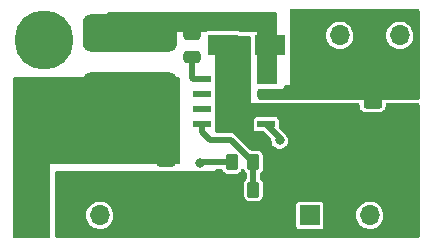
<source format=gtl>
%TF.GenerationSoftware,KiCad,Pcbnew,(6.0.8)*%
%TF.CreationDate,2022-12-16T18:18:29+01:00*%
%TF.ProjectId,Single-DCDC-Converter-Rev3,53696e67-6c65-42d4-9443-44432d436f6e,rev?*%
%TF.SameCoordinates,Original*%
%TF.FileFunction,Copper,L1,Top*%
%TF.FilePolarity,Positive*%
%FSLAX46Y46*%
G04 Gerber Fmt 4.6, Leading zero omitted, Abs format (unit mm)*
G04 Created by KiCad (PCBNEW (6.0.8)) date 2022-12-16 18:18:29*
%MOMM*%
%LPD*%
G01*
G04 APERTURE LIST*
G04 Aperture macros list*
%AMRoundRect*
0 Rectangle with rounded corners*
0 $1 Rounding radius*
0 $2 $3 $4 $5 $6 $7 $8 $9 X,Y pos of 4 corners*
0 Add a 4 corners polygon primitive as box body*
4,1,4,$2,$3,$4,$5,$6,$7,$8,$9,$2,$3,0*
0 Add four circle primitives for the rounded corners*
1,1,$1+$1,$2,$3*
1,1,$1+$1,$4,$5*
1,1,$1+$1,$6,$7*
1,1,$1+$1,$8,$9*
0 Add four rect primitives between the rounded corners*
20,1,$1+$1,$2,$3,$4,$5,0*
20,1,$1+$1,$4,$5,$6,$7,0*
20,1,$1+$1,$6,$7,$8,$9,0*
20,1,$1+$1,$8,$9,$2,$3,0*%
G04 Aperture macros list end*
%TA.AperFunction,SMDPad,CuDef*%
%ADD10RoundRect,0.825000X3.175000X0.825000X-3.175000X0.825000X-3.175000X-0.825000X3.175000X-0.825000X0*%
%TD*%
%TA.AperFunction,SMDPad,CuDef*%
%ADD11RoundRect,0.320754X-0.579246X0.529246X-0.579246X-0.529246X0.579246X-0.529246X0.579246X0.529246X0*%
%TD*%
%TA.AperFunction,SMDPad,CuDef*%
%ADD12RoundRect,0.250000X-0.475000X0.250000X-0.475000X-0.250000X0.475000X-0.250000X0.475000X0.250000X0*%
%TD*%
%TA.AperFunction,ComponentPad*%
%ADD13R,1.700000X1.700000*%
%TD*%
%TA.AperFunction,ComponentPad*%
%ADD14O,1.700000X1.700000*%
%TD*%
%TA.AperFunction,ComponentPad*%
%ADD15C,5.000000*%
%TD*%
%TA.AperFunction,SMDPad,CuDef*%
%ADD16RoundRect,0.250000X-0.262500X-0.450000X0.262500X-0.450000X0.262500X0.450000X-0.262500X0.450000X0*%
%TD*%
%TA.AperFunction,SMDPad,CuDef*%
%ADD17RoundRect,0.250000X-0.550000X1.500000X-0.550000X-1.500000X0.550000X-1.500000X0.550000X1.500000X0*%
%TD*%
%TA.AperFunction,SMDPad,CuDef*%
%ADD18RoundRect,0.250000X0.262500X0.450000X-0.262500X0.450000X-0.262500X-0.450000X0.262500X-0.450000X0*%
%TD*%
%TA.AperFunction,SMDPad,CuDef*%
%ADD19R,2.500000X1.800000*%
%TD*%
%TA.AperFunction,SMDPad,CuDef*%
%ADD20R,1.550000X0.600000*%
%TD*%
%TA.AperFunction,ComponentPad*%
%ADD21C,0.600000*%
%TD*%
%TA.AperFunction,SMDPad,CuDef*%
%ADD22R,2.950000X4.900000*%
%TD*%
%TA.AperFunction,ViaPad*%
%ADD23C,0.800000*%
%TD*%
%TA.AperFunction,Conductor*%
%ADD24C,0.500000*%
%TD*%
%TA.AperFunction,Conductor*%
%ADD25C,1.500000*%
%TD*%
%TA.AperFunction,Conductor*%
%ADD26C,0.300000*%
%TD*%
G04 APERTURE END LIST*
D10*
X91440000Y-85615000D03*
X91440000Y-80715000D03*
D11*
X89090000Y-90705000D03*
X89090000Y-93205000D03*
D12*
X96670000Y-80800000D03*
X96670000Y-82700000D03*
D13*
X83780000Y-96135000D03*
D14*
X86320000Y-96135000D03*
X88860000Y-96135000D03*
D13*
X106640000Y-96135000D03*
D14*
X109180000Y-96135000D03*
X111720000Y-96135000D03*
X114260000Y-96135000D03*
D15*
X84130000Y-81235000D03*
D16*
X100047500Y-91635000D03*
X101872500Y-91635000D03*
D11*
X86590000Y-90705000D03*
X86590000Y-93205000D03*
D17*
X94460000Y-90215000D03*
X94460000Y-95815000D03*
D12*
X105160000Y-85565000D03*
X105160000Y-87465000D03*
X107260000Y-85565000D03*
X107260000Y-87465000D03*
D13*
X106640000Y-80895000D03*
D14*
X109180000Y-80895000D03*
X111720000Y-80895000D03*
X114260000Y-80895000D03*
D18*
X101872500Y-93935000D03*
X100047500Y-93935000D03*
D17*
X111960000Y-85315000D03*
X111960000Y-90915000D03*
D19*
X103260000Y-81715000D03*
X99260000Y-81715000D03*
D20*
X97560000Y-84610000D03*
X97560000Y-85880000D03*
X97560000Y-87150000D03*
X97560000Y-88420000D03*
X102960000Y-88420000D03*
X102960000Y-87150000D03*
X102960000Y-85880000D03*
X102960000Y-84610000D03*
D21*
X99610000Y-84565000D03*
X99610000Y-88465000D03*
X99610000Y-85865000D03*
X100910000Y-88465000D03*
X100910000Y-87165000D03*
D22*
X100260000Y-86515000D03*
D21*
X99610000Y-87165000D03*
X100910000Y-84565000D03*
X100910000Y-85865000D03*
D23*
X96385000Y-93990000D03*
X110370500Y-89840000D03*
X105020000Y-93405000D03*
X98690000Y-95055000D03*
X110370500Y-87690000D03*
X105020000Y-90895000D03*
X113069500Y-93465000D03*
X103240000Y-96515000D03*
X97485000Y-97240000D03*
X96385000Y-97240000D03*
X107989500Y-88690000D03*
X98690000Y-93935000D03*
X104130000Y-95595000D03*
X105020000Y-92105000D03*
X92360000Y-94015000D03*
X110370500Y-92240000D03*
X96385000Y-95090000D03*
X92360000Y-95190000D03*
X87640000Y-88555000D03*
X92740000Y-88555000D03*
X91040000Y-88555000D03*
X89340000Y-88555000D03*
X85840000Y-85215000D03*
X83240000Y-85255000D03*
X83780000Y-93715000D03*
X97360000Y-91685000D03*
X104100000Y-89785000D03*
D24*
X96670000Y-84525000D02*
X96670000Y-82700000D01*
X96755000Y-84610000D02*
X96670000Y-84525000D01*
X97560000Y-84610000D02*
X96755000Y-84610000D01*
D25*
X83780000Y-96135000D02*
X83780000Y-93715000D01*
X88450000Y-88915000D02*
X91510000Y-85855000D01*
D24*
X97360000Y-91685000D02*
X97410000Y-91635000D01*
X97410000Y-91635000D02*
X100047500Y-91635000D01*
D25*
X84860000Y-88915000D02*
X88450000Y-88915000D01*
X83780000Y-89995000D02*
X84860000Y-88915000D01*
X83780000Y-93715000D02*
X83780000Y-89995000D01*
D26*
X104100000Y-89785000D02*
X104100000Y-89560000D01*
D24*
X104100000Y-89560000D02*
X102960000Y-88420000D01*
X101872500Y-91635000D02*
X101872500Y-93935000D01*
X99952500Y-89715000D02*
X101872500Y-91635000D01*
X97560000Y-88420000D02*
X97560000Y-89085000D01*
X97560000Y-89085000D02*
X98190000Y-89715000D01*
X98190000Y-89715000D02*
X99952500Y-89715000D01*
%TA.AperFunction,Conductor*%
G36*
X115865000Y-78675462D02*
G01*
X115919538Y-78730000D01*
X115939500Y-78804500D01*
X115939500Y-86166000D01*
X115919538Y-86240500D01*
X115865000Y-86295038D01*
X115790500Y-86315000D01*
X102409000Y-86315000D01*
X102334500Y-86295038D01*
X102279962Y-86240500D01*
X102260000Y-86166000D01*
X102260000Y-85534000D01*
X102279962Y-85459500D01*
X102334500Y-85404962D01*
X102409000Y-85385000D01*
X104930000Y-85385000D01*
X104930000Y-80864754D01*
X108024967Y-80864754D01*
X108038796Y-81075749D01*
X108090845Y-81280690D01*
X108093703Y-81286890D01*
X108093705Y-81286895D01*
X108132435Y-81370907D01*
X108179369Y-81472714D01*
X108301405Y-81645391D01*
X108452865Y-81792937D01*
X108628677Y-81910411D01*
X108822953Y-81993878D01*
X109029186Y-82040544D01*
X109080544Y-82042562D01*
X109233641Y-82048578D01*
X109233645Y-82048578D01*
X109240470Y-82048846D01*
X109449730Y-82018504D01*
X109456187Y-82016312D01*
X109456192Y-82016311D01*
X109592083Y-81970182D01*
X109649955Y-81950537D01*
X109744713Y-81897470D01*
X109828481Y-81850558D01*
X109828486Y-81850554D01*
X109834442Y-81847219D01*
X109997012Y-81712012D01*
X110132219Y-81549442D01*
X110135554Y-81543486D01*
X110135558Y-81543481D01*
X110182470Y-81459713D01*
X110235537Y-81364955D01*
X110266389Y-81274068D01*
X110301311Y-81171192D01*
X110301312Y-81171187D01*
X110303504Y-81164730D01*
X110333846Y-80955470D01*
X110335429Y-80895000D01*
X110332650Y-80864754D01*
X113104967Y-80864754D01*
X113118796Y-81075749D01*
X113170845Y-81280690D01*
X113173703Y-81286890D01*
X113173705Y-81286895D01*
X113212435Y-81370907D01*
X113259369Y-81472714D01*
X113381405Y-81645391D01*
X113532865Y-81792937D01*
X113708677Y-81910411D01*
X113902953Y-81993878D01*
X114109186Y-82040544D01*
X114160544Y-82042562D01*
X114313641Y-82048578D01*
X114313645Y-82048578D01*
X114320470Y-82048846D01*
X114529730Y-82018504D01*
X114536187Y-82016312D01*
X114536192Y-82016311D01*
X114672083Y-81970182D01*
X114729955Y-81950537D01*
X114824713Y-81897470D01*
X114908481Y-81850558D01*
X114908486Y-81850554D01*
X114914442Y-81847219D01*
X115077012Y-81712012D01*
X115212219Y-81549442D01*
X115215554Y-81543486D01*
X115215558Y-81543481D01*
X115262470Y-81459713D01*
X115315537Y-81364955D01*
X115346389Y-81274068D01*
X115381311Y-81171192D01*
X115381312Y-81171187D01*
X115383504Y-81164730D01*
X115413846Y-80955470D01*
X115415429Y-80895000D01*
X115403976Y-80770354D01*
X115396706Y-80691242D01*
X115396081Y-80684440D01*
X115338686Y-80480931D01*
X115245165Y-80291290D01*
X115241084Y-80285825D01*
X115241081Y-80285820D01*
X115122739Y-80127341D01*
X115122737Y-80127339D01*
X115118651Y-80121867D01*
X114963381Y-79978337D01*
X114784554Y-79865505D01*
X114778215Y-79862976D01*
X114778209Y-79862973D01*
X114594504Y-79789683D01*
X114588160Y-79787152D01*
X114533713Y-79776322D01*
X114387478Y-79747234D01*
X114387475Y-79747234D01*
X114380775Y-79745901D01*
X114275060Y-79744517D01*
X114176180Y-79743222D01*
X114176175Y-79743222D01*
X114169346Y-79743133D01*
X114162613Y-79744290D01*
X114162612Y-79744290D01*
X113967684Y-79777784D01*
X113967680Y-79777785D01*
X113960953Y-79778941D01*
X113762575Y-79852127D01*
X113756702Y-79855621D01*
X113740089Y-79865505D01*
X113580856Y-79960238D01*
X113548641Y-79988489D01*
X113427022Y-80095146D01*
X113427019Y-80095149D01*
X113421881Y-80099655D01*
X113366189Y-80170300D01*
X113295207Y-80260340D01*
X113295203Y-80260346D01*
X113290976Y-80265708D01*
X113287797Y-80271751D01*
X113287794Y-80271755D01*
X113274295Y-80297413D01*
X113192523Y-80452836D01*
X113181756Y-80487512D01*
X113131844Y-80648253D01*
X113131843Y-80648258D01*
X113129820Y-80654773D01*
X113129018Y-80661550D01*
X113129017Y-80661554D01*
X113116140Y-80770354D01*
X113104967Y-80864754D01*
X110332650Y-80864754D01*
X110323976Y-80770354D01*
X110316706Y-80691242D01*
X110316081Y-80684440D01*
X110258686Y-80480931D01*
X110165165Y-80291290D01*
X110161084Y-80285825D01*
X110161081Y-80285820D01*
X110042739Y-80127341D01*
X110042737Y-80127339D01*
X110038651Y-80121867D01*
X109883381Y-79978337D01*
X109704554Y-79865505D01*
X109698215Y-79862976D01*
X109698209Y-79862973D01*
X109514504Y-79789683D01*
X109508160Y-79787152D01*
X109453713Y-79776322D01*
X109307478Y-79747234D01*
X109307475Y-79747234D01*
X109300775Y-79745901D01*
X109195060Y-79744517D01*
X109096180Y-79743222D01*
X109096175Y-79743222D01*
X109089346Y-79743133D01*
X109082613Y-79744290D01*
X109082612Y-79744290D01*
X108887684Y-79777784D01*
X108887680Y-79777785D01*
X108880953Y-79778941D01*
X108682575Y-79852127D01*
X108676702Y-79855621D01*
X108660089Y-79865505D01*
X108500856Y-79960238D01*
X108468641Y-79988489D01*
X108347022Y-80095146D01*
X108347019Y-80095149D01*
X108341881Y-80099655D01*
X108286189Y-80170300D01*
X108215207Y-80260340D01*
X108215203Y-80260346D01*
X108210976Y-80265708D01*
X108207797Y-80271751D01*
X108207794Y-80271755D01*
X108194295Y-80297413D01*
X108112523Y-80452836D01*
X108101756Y-80487512D01*
X108051844Y-80648253D01*
X108051843Y-80648258D01*
X108049820Y-80654773D01*
X108049018Y-80661550D01*
X108049017Y-80661554D01*
X108036140Y-80770354D01*
X108024967Y-80864754D01*
X104930000Y-80864754D01*
X104930000Y-78804500D01*
X104949962Y-78730000D01*
X105004500Y-78675462D01*
X105079000Y-78655500D01*
X115790500Y-78655500D01*
X115865000Y-78675462D01*
G37*
%TD.AperFunction*%
%TA.AperFunction,Conductor*%
G36*
X101602121Y-80935002D02*
G01*
X101648614Y-80988658D01*
X101660000Y-81041000D01*
X101660000Y-86615000D01*
X110733500Y-86615000D01*
X110801621Y-86635002D01*
X110848114Y-86688658D01*
X110859500Y-86741000D01*
X110859500Y-86857772D01*
X110870364Y-86947547D01*
X110873344Y-86955075D01*
X110873345Y-86955077D01*
X110884381Y-86982950D01*
X110925887Y-87087783D01*
X111017078Y-87207922D01*
X111137217Y-87299113D01*
X111170812Y-87312414D01*
X111269923Y-87351655D01*
X111269925Y-87351656D01*
X111277453Y-87354636D01*
X111367228Y-87365500D01*
X112552772Y-87365500D01*
X112642547Y-87354636D01*
X112650075Y-87351656D01*
X112650077Y-87351655D01*
X112749188Y-87312414D01*
X112782783Y-87299113D01*
X112902922Y-87207922D01*
X112994113Y-87087783D01*
X113035619Y-86982950D01*
X113046655Y-86955077D01*
X113046656Y-86955075D01*
X113049636Y-86947547D01*
X113060500Y-86857772D01*
X113060500Y-86741000D01*
X113080502Y-86672879D01*
X113134158Y-86626386D01*
X113186500Y-86615000D01*
X115813500Y-86615000D01*
X115881621Y-86635002D01*
X115928114Y-86688658D01*
X115939500Y-86741000D01*
X115939500Y-97928500D01*
X115919498Y-97996621D01*
X115865842Y-98043114D01*
X115813500Y-98054500D01*
X85236000Y-98054500D01*
X85167879Y-98034498D01*
X85121386Y-97980842D01*
X85110000Y-97928500D01*
X85110000Y-96104754D01*
X87704967Y-96104754D01*
X87718796Y-96315749D01*
X87720217Y-96321345D01*
X87720218Y-96321350D01*
X87742784Y-96410200D01*
X87770845Y-96520690D01*
X87859369Y-96712714D01*
X87981405Y-96885391D01*
X87985539Y-96889418D01*
X88125727Y-97025983D01*
X88132865Y-97032937D01*
X88137661Y-97036142D01*
X88137664Y-97036144D01*
X88280936Y-97131875D01*
X88308677Y-97150411D01*
X88313985Y-97152692D01*
X88313986Y-97152692D01*
X88497650Y-97231600D01*
X88497653Y-97231601D01*
X88502953Y-97233878D01*
X88508582Y-97235152D01*
X88508583Y-97235152D01*
X88703550Y-97279269D01*
X88703553Y-97279269D01*
X88709186Y-97280544D01*
X88714957Y-97280771D01*
X88714959Y-97280771D01*
X88776989Y-97283208D01*
X88920470Y-97288846D01*
X88926179Y-97288018D01*
X88926183Y-97288018D01*
X89124015Y-97259333D01*
X89124019Y-97259332D01*
X89129730Y-97258504D01*
X89216579Y-97229023D01*
X89324483Y-97192395D01*
X89324488Y-97192393D01*
X89329955Y-97190537D01*
X89373103Y-97166373D01*
X89509395Y-97090046D01*
X89509399Y-97090043D01*
X89514442Y-97087219D01*
X89583667Y-97029646D01*
X105489500Y-97029646D01*
X105492618Y-97055846D01*
X105538061Y-97158153D01*
X105546294Y-97166372D01*
X105546295Y-97166373D01*
X105572363Y-97192395D01*
X105617287Y-97237241D01*
X105627924Y-97241944D01*
X105627926Y-97241945D01*
X105665382Y-97258504D01*
X105719673Y-97282506D01*
X105745354Y-97285500D01*
X107534646Y-97285500D01*
X107538350Y-97285059D01*
X107538353Y-97285059D01*
X107545746Y-97284179D01*
X107560846Y-97282382D01*
X107663153Y-97236939D01*
X107742241Y-97157713D01*
X107787506Y-97055327D01*
X107790500Y-97029646D01*
X107790500Y-96104754D01*
X110564967Y-96104754D01*
X110578796Y-96315749D01*
X110580217Y-96321345D01*
X110580218Y-96321350D01*
X110602784Y-96410200D01*
X110630845Y-96520690D01*
X110719369Y-96712714D01*
X110841405Y-96885391D01*
X110845539Y-96889418D01*
X110985727Y-97025983D01*
X110992865Y-97032937D01*
X110997661Y-97036142D01*
X110997664Y-97036144D01*
X111140936Y-97131875D01*
X111168677Y-97150411D01*
X111173985Y-97152692D01*
X111173986Y-97152692D01*
X111357650Y-97231600D01*
X111357653Y-97231601D01*
X111362953Y-97233878D01*
X111368582Y-97235152D01*
X111368583Y-97235152D01*
X111563550Y-97279269D01*
X111563553Y-97279269D01*
X111569186Y-97280544D01*
X111574957Y-97280771D01*
X111574959Y-97280771D01*
X111636989Y-97283208D01*
X111780470Y-97288846D01*
X111786179Y-97288018D01*
X111786183Y-97288018D01*
X111984015Y-97259333D01*
X111984019Y-97259332D01*
X111989730Y-97258504D01*
X112076579Y-97229023D01*
X112184483Y-97192395D01*
X112184488Y-97192393D01*
X112189955Y-97190537D01*
X112233103Y-97166373D01*
X112369395Y-97090046D01*
X112369399Y-97090043D01*
X112374442Y-97087219D01*
X112537012Y-96952012D01*
X112672219Y-96789442D01*
X112675043Y-96784399D01*
X112675046Y-96784395D01*
X112772713Y-96609998D01*
X112772714Y-96609996D01*
X112775537Y-96604955D01*
X112777393Y-96599488D01*
X112777395Y-96599483D01*
X112841647Y-96410200D01*
X112843504Y-96404730D01*
X112873846Y-96195470D01*
X112875429Y-96135000D01*
X112856081Y-95924440D01*
X112798686Y-95720931D01*
X112787553Y-95698354D01*
X112707719Y-95536469D01*
X112705165Y-95531290D01*
X112578651Y-95361867D01*
X112451236Y-95244086D01*
X112427622Y-95222257D01*
X112427620Y-95222255D01*
X112423381Y-95218337D01*
X112390014Y-95197284D01*
X112249434Y-95108584D01*
X112249433Y-95108584D01*
X112244554Y-95105505D01*
X112048160Y-95027152D01*
X112042503Y-95026027D01*
X112042497Y-95026025D01*
X111846442Y-94987028D01*
X111846440Y-94987028D01*
X111840775Y-94985901D01*
X111835000Y-94985825D01*
X111834996Y-94985825D01*
X111728976Y-94984437D01*
X111629346Y-94983133D01*
X111623649Y-94984112D01*
X111623648Y-94984112D01*
X111426650Y-95017962D01*
X111426649Y-95017962D01*
X111420953Y-95018941D01*
X111222575Y-95092127D01*
X111217614Y-95095079D01*
X111217613Y-95095079D01*
X111171553Y-95122482D01*
X111040856Y-95200238D01*
X110881881Y-95339655D01*
X110750976Y-95505708D01*
X110748287Y-95510819D01*
X110748285Y-95510822D01*
X110734792Y-95536469D01*
X110652523Y-95692836D01*
X110589820Y-95894773D01*
X110564967Y-96104754D01*
X107790500Y-96104754D01*
X107790500Y-95240354D01*
X107787382Y-95214154D01*
X107741939Y-95111847D01*
X107733444Y-95103366D01*
X107670945Y-95040977D01*
X107662713Y-95032759D01*
X107652076Y-95028056D01*
X107652074Y-95028055D01*
X107592538Y-95001735D01*
X107560327Y-94987494D01*
X107534646Y-94984500D01*
X105745354Y-94984500D01*
X105741650Y-94984941D01*
X105741647Y-94984941D01*
X105734254Y-94985821D01*
X105719154Y-94987618D01*
X105710514Y-94991456D01*
X105710513Y-94991456D01*
X105644131Y-95020942D01*
X105616847Y-95033061D01*
X105537759Y-95112287D01*
X105492494Y-95214673D01*
X105489500Y-95240354D01*
X105489500Y-97029646D01*
X89583667Y-97029646D01*
X89677012Y-96952012D01*
X89812219Y-96789442D01*
X89815043Y-96784399D01*
X89815046Y-96784395D01*
X89912713Y-96609998D01*
X89912714Y-96609996D01*
X89915537Y-96604955D01*
X89917393Y-96599488D01*
X89917395Y-96599483D01*
X89981647Y-96410200D01*
X89983504Y-96404730D01*
X90013846Y-96195470D01*
X90015429Y-96135000D01*
X89996081Y-95924440D01*
X89938686Y-95720931D01*
X89927553Y-95698354D01*
X89847719Y-95536469D01*
X89845165Y-95531290D01*
X89718651Y-95361867D01*
X89591236Y-95244086D01*
X89567622Y-95222257D01*
X89567620Y-95222255D01*
X89563381Y-95218337D01*
X89530014Y-95197284D01*
X89389434Y-95108584D01*
X89389433Y-95108584D01*
X89384554Y-95105505D01*
X89188160Y-95027152D01*
X89182503Y-95026027D01*
X89182497Y-95026025D01*
X88986442Y-94987028D01*
X88986440Y-94987028D01*
X88980775Y-94985901D01*
X88975000Y-94985825D01*
X88974996Y-94985825D01*
X88868976Y-94984437D01*
X88769346Y-94983133D01*
X88763649Y-94984112D01*
X88763648Y-94984112D01*
X88566650Y-95017962D01*
X88566649Y-95017962D01*
X88560953Y-95018941D01*
X88362575Y-95092127D01*
X88357614Y-95095079D01*
X88357613Y-95095079D01*
X88311553Y-95122482D01*
X88180856Y-95200238D01*
X88021881Y-95339655D01*
X87890976Y-95505708D01*
X87888287Y-95510819D01*
X87888285Y-95510822D01*
X87874792Y-95536469D01*
X87792523Y-95692836D01*
X87729820Y-95894773D01*
X87704967Y-96104754D01*
X85110000Y-96104754D01*
X85110000Y-92481000D01*
X85130002Y-92412879D01*
X85183658Y-92366386D01*
X85236000Y-92355000D01*
X97136996Y-92355000D01*
X97168969Y-92359124D01*
X97256883Y-92382188D01*
X97256885Y-92382188D01*
X97264233Y-92384116D01*
X97350609Y-92385473D01*
X97426161Y-92386660D01*
X97426164Y-92386660D01*
X97433760Y-92386779D01*
X97441165Y-92385083D01*
X97441166Y-92385083D01*
X97558632Y-92358180D01*
X97586761Y-92355000D01*
X98660000Y-92355000D01*
X98660000Y-92311500D01*
X98680002Y-92243379D01*
X98733658Y-92196886D01*
X98786000Y-92185500D01*
X99147046Y-92185500D01*
X99215167Y-92205502D01*
X99264198Y-92265115D01*
X99300887Y-92357783D01*
X99392078Y-92477922D01*
X99512217Y-92569113D01*
X99575832Y-92594300D01*
X99644923Y-92621655D01*
X99644925Y-92621656D01*
X99652453Y-92624636D01*
X99742228Y-92635500D01*
X100352772Y-92635500D01*
X100442547Y-92624636D01*
X100450075Y-92621656D01*
X100450077Y-92621655D01*
X100519168Y-92594300D01*
X100582783Y-92569113D01*
X100702922Y-92477922D01*
X100794113Y-92357783D01*
X100842849Y-92234690D01*
X100886522Y-92178718D01*
X100953525Y-92155241D01*
X101022584Y-92171717D01*
X101071773Y-92222912D01*
X101077150Y-92234687D01*
X101125887Y-92357783D01*
X101217078Y-92477922D01*
X101272182Y-92519749D01*
X101314347Y-92576865D01*
X101322000Y-92620109D01*
X101322000Y-92949891D01*
X101301998Y-93018012D01*
X101272184Y-93050250D01*
X101217078Y-93092078D01*
X101125887Y-93212217D01*
X101070364Y-93352453D01*
X101059500Y-93442228D01*
X101059500Y-94427772D01*
X101070364Y-94517547D01*
X101125887Y-94657783D01*
X101217078Y-94777922D01*
X101337217Y-94869113D01*
X101400832Y-94894300D01*
X101469923Y-94921655D01*
X101469925Y-94921656D01*
X101477453Y-94924636D01*
X101567228Y-94935500D01*
X102177772Y-94935500D01*
X102267547Y-94924636D01*
X102275075Y-94921656D01*
X102275077Y-94921655D01*
X102344168Y-94894300D01*
X102407783Y-94869113D01*
X102527922Y-94777922D01*
X102619113Y-94657783D01*
X102674636Y-94517547D01*
X102685500Y-94427772D01*
X102685500Y-93442228D01*
X102674636Y-93352453D01*
X102619113Y-93212217D01*
X102527922Y-93092078D01*
X102472818Y-93050251D01*
X102430653Y-92993135D01*
X102423000Y-92949891D01*
X102423000Y-92620109D01*
X102443002Y-92551988D01*
X102472816Y-92519750D01*
X102527922Y-92477922D01*
X102619113Y-92357783D01*
X102659952Y-92254636D01*
X102671655Y-92225077D01*
X102671656Y-92225075D01*
X102674636Y-92217547D01*
X102685500Y-92127772D01*
X102685500Y-91142228D01*
X102674636Y-91052453D01*
X102665064Y-91028275D01*
X102622275Y-90920204D01*
X102619113Y-90912217D01*
X102527922Y-90792078D01*
X102407783Y-90700887D01*
X102344168Y-90675700D01*
X102275077Y-90648345D01*
X102275075Y-90648344D01*
X102267547Y-90645364D01*
X102177772Y-90634500D01*
X101702715Y-90634500D01*
X101634594Y-90614498D01*
X101613620Y-90597595D01*
X100352382Y-89336358D01*
X100348729Y-89332549D01*
X100312515Y-89293167D01*
X100306701Y-89286844D01*
X100269698Y-89263901D01*
X100259948Y-89257200D01*
X100225283Y-89230888D01*
X100211304Y-89225354D01*
X100191301Y-89215293D01*
X100178514Y-89207365D01*
X100170263Y-89204968D01*
X100170261Y-89204967D01*
X100136728Y-89195225D01*
X100125495Y-89191379D01*
X100110498Y-89185441D01*
X100085047Y-89175364D01*
X100076506Y-89174466D01*
X100076505Y-89174466D01*
X100070092Y-89173792D01*
X100048117Y-89169480D01*
X100033675Y-89165285D01*
X100026192Y-89164736D01*
X100025292Y-89164669D01*
X100025281Y-89164669D01*
X100022985Y-89164500D01*
X99988283Y-89164500D01*
X99975113Y-89163810D01*
X99964884Y-89162735D01*
X99935046Y-89159599D01*
X99926581Y-89161031D01*
X99926572Y-89161031D01*
X99916500Y-89162735D01*
X99895487Y-89164500D01*
X98786000Y-89164500D01*
X98717879Y-89144498D01*
X98671386Y-89090842D01*
X98660000Y-89038500D01*
X98660000Y-88764646D01*
X101884500Y-88764646D01*
X101887618Y-88790846D01*
X101933061Y-88893153D01*
X102012287Y-88972241D01*
X102022924Y-88976944D01*
X102022926Y-88976945D01*
X102082462Y-89003265D01*
X102114673Y-89017506D01*
X102140354Y-89020500D01*
X102729785Y-89020500D01*
X102797906Y-89040502D01*
X102818880Y-89057405D01*
X103367290Y-89605815D01*
X103401316Y-89668127D01*
X103403117Y-89711354D01*
X103394394Y-89777611D01*
X103412999Y-89946135D01*
X103471266Y-90105356D01*
X103475502Y-90111659D01*
X103475502Y-90111660D01*
X103488574Y-90131113D01*
X103565830Y-90246083D01*
X103571442Y-90251190D01*
X103571445Y-90251193D01*
X103685612Y-90355077D01*
X103685616Y-90355080D01*
X103691233Y-90360191D01*
X103697906Y-90363814D01*
X103697910Y-90363817D01*
X103833558Y-90437467D01*
X103833560Y-90437468D01*
X103840235Y-90441092D01*
X103847584Y-90443020D01*
X103996883Y-90482188D01*
X103996885Y-90482188D01*
X104004233Y-90484116D01*
X104090609Y-90485473D01*
X104166161Y-90486660D01*
X104166164Y-90486660D01*
X104173760Y-90486779D01*
X104181165Y-90485083D01*
X104181166Y-90485083D01*
X104241586Y-90471245D01*
X104339029Y-90448928D01*
X104490498Y-90372747D01*
X104619423Y-90262634D01*
X104718361Y-90124947D01*
X104721194Y-90117900D01*
X104778766Y-89974687D01*
X104778767Y-89974685D01*
X104781601Y-89967634D01*
X104805490Y-89799778D01*
X104805645Y-89785000D01*
X104785276Y-89616680D01*
X104725345Y-89458077D01*
X104666773Y-89372855D01*
X104633614Y-89324608D01*
X104633613Y-89324607D01*
X104629312Y-89318349D01*
X104578996Y-89273519D01*
X104552402Y-89240145D01*
X104546106Y-89228692D01*
X104539102Y-89220578D01*
X104072405Y-88753881D01*
X104038379Y-88691569D01*
X104035500Y-88664786D01*
X104035500Y-88075354D01*
X104032382Y-88049154D01*
X104026443Y-88035782D01*
X103991663Y-87957482D01*
X103986939Y-87946847D01*
X103907713Y-87867759D01*
X103897076Y-87863056D01*
X103897074Y-87863055D01*
X103837538Y-87836735D01*
X103805327Y-87822494D01*
X103779646Y-87819500D01*
X102140354Y-87819500D01*
X102136650Y-87819941D01*
X102136647Y-87819941D01*
X102129254Y-87820821D01*
X102114154Y-87822618D01*
X102011847Y-87868061D01*
X102003628Y-87876294D01*
X102003627Y-87876295D01*
X101983733Y-87896224D01*
X101932759Y-87947287D01*
X101928056Y-87957924D01*
X101928055Y-87957926D01*
X101920259Y-87975560D01*
X101887494Y-88049673D01*
X101884500Y-88075354D01*
X101884500Y-88764646D01*
X98660000Y-88764646D01*
X98660000Y-81041000D01*
X98680002Y-80972879D01*
X98733658Y-80926386D01*
X98786000Y-80915000D01*
X101534000Y-80915000D01*
X101602121Y-80935002D01*
G37*
%TD.AperFunction*%
%TA.AperFunction,Conductor*%
G36*
X103802121Y-78935002D02*
G01*
X103848614Y-78988658D01*
X103860000Y-79041000D01*
X103860000Y-84864000D01*
X103839998Y-84932121D01*
X103786342Y-84978614D01*
X103734000Y-84990000D01*
X102286000Y-84990000D01*
X102217879Y-84969998D01*
X102171386Y-84916342D01*
X102160000Y-84864000D01*
X102160000Y-80615000D01*
X100787172Y-80615000D01*
X100719051Y-80594998D01*
X100698155Y-80578173D01*
X100690949Y-80570979D01*
X100690944Y-80570975D01*
X100682713Y-80562759D01*
X100672076Y-80558056D01*
X100672074Y-80558055D01*
X100612538Y-80531735D01*
X100580327Y-80517494D01*
X100554646Y-80514500D01*
X97965354Y-80514500D01*
X97961650Y-80514941D01*
X97961647Y-80514941D01*
X97954254Y-80515821D01*
X97939154Y-80517618D01*
X97930514Y-80521456D01*
X97930513Y-80521456D01*
X97848117Y-80558055D01*
X97836847Y-80563061D01*
X97828628Y-80571294D01*
X97828627Y-80571295D01*
X97821916Y-80578018D01*
X97759633Y-80612097D01*
X97732743Y-80615000D01*
X89611000Y-80615000D01*
X89542879Y-80594998D01*
X89496386Y-80541342D01*
X89485000Y-80489000D01*
X89485000Y-79041000D01*
X89505002Y-78972879D01*
X89558658Y-78926386D01*
X89611000Y-78915000D01*
X103734000Y-78915000D01*
X103802121Y-78935002D01*
G37*
%TD.AperFunction*%
%TA.AperFunction,Conductor*%
G36*
X95602121Y-84410002D02*
G01*
X95648614Y-84463658D01*
X95660000Y-84516000D01*
X95660000Y-91654000D01*
X95639998Y-91722121D01*
X95586342Y-91768614D01*
X95534000Y-91780000D01*
X84635000Y-91780000D01*
X84635000Y-97928500D01*
X84614998Y-97996621D01*
X84561342Y-98043114D01*
X84509000Y-98054500D01*
X81666500Y-98054500D01*
X81598379Y-98034498D01*
X81551886Y-97980842D01*
X81540500Y-97928500D01*
X81540500Y-84516000D01*
X81560502Y-84447879D01*
X81614158Y-84401386D01*
X81666500Y-84390000D01*
X95534000Y-84390000D01*
X95602121Y-84410002D01*
G37*
%TD.AperFunction*%
M02*

</source>
